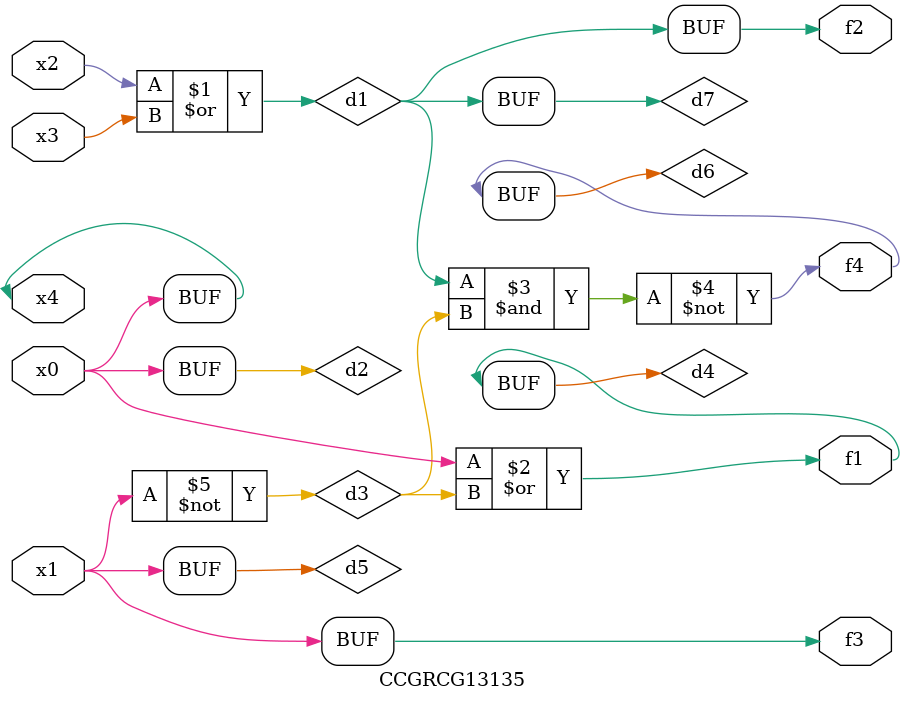
<source format=v>
module CCGRCG13135(
	input x0, x1, x2, x3, x4,
	output f1, f2, f3, f4
);

	wire d1, d2, d3, d4, d5, d6, d7;

	or (d1, x2, x3);
	buf (d2, x0, x4);
	not (d3, x1);
	or (d4, d2, d3);
	not (d5, d3);
	nand (d6, d1, d3);
	or (d7, d1);
	assign f1 = d4;
	assign f2 = d7;
	assign f3 = d5;
	assign f4 = d6;
endmodule

</source>
